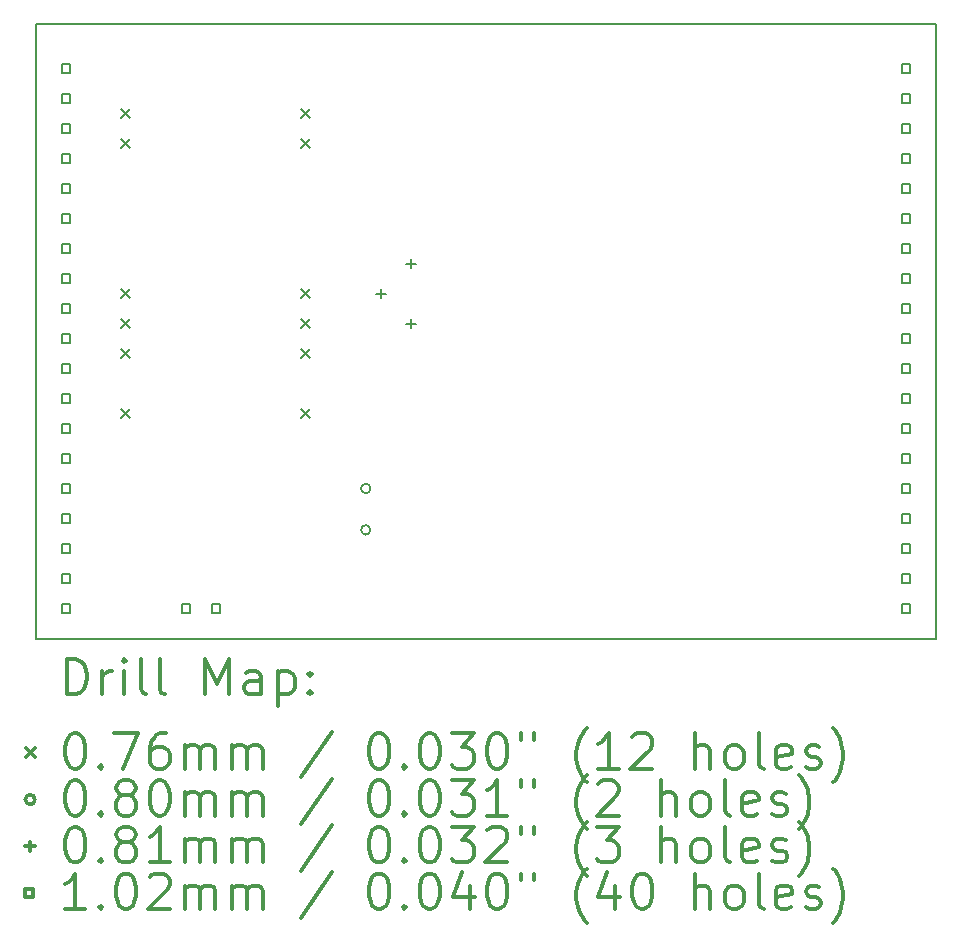
<source format=gbr>
%FSLAX45Y45*%
G04 Gerber Fmt 4.5, Leading zero omitted, Abs format (unit mm)*
G04 Created by KiCad (PCBNEW 4.0.3+e1-6302~38~ubuntu16.04.1-stable) date Fri Aug 26 17:08:28 2016*
%MOMM*%
%LPD*%
G01*
G04 APERTURE LIST*
%ADD10C,0.127000*%
%ADD11C,0.150000*%
%ADD12C,0.200000*%
%ADD13C,0.300000*%
G04 APERTURE END LIST*
D10*
D11*
X13335000Y-10287000D02*
X12065000Y-10287000D01*
X13335000Y-5080000D02*
X13335000Y-10287000D01*
X5715000Y-5080000D02*
X13335000Y-5080000D01*
X12065000Y-10287000D02*
X5715000Y-10287000D01*
X5715000Y-5080000D02*
X5715000Y-10287000D01*
D12*
X6438900Y-5803900D02*
X6515100Y-5880100D01*
X6515100Y-5803900D02*
X6438900Y-5880100D01*
X6438900Y-6057900D02*
X6515100Y-6134100D01*
X6515100Y-6057900D02*
X6438900Y-6134100D01*
X6438900Y-7327900D02*
X6515100Y-7404100D01*
X6515100Y-7327900D02*
X6438900Y-7404100D01*
X6438900Y-7581900D02*
X6515100Y-7658100D01*
X6515100Y-7581900D02*
X6438900Y-7658100D01*
X6438900Y-7835900D02*
X6515100Y-7912100D01*
X6515100Y-7835900D02*
X6438900Y-7912100D01*
X6438900Y-8343900D02*
X6515100Y-8420100D01*
X6515100Y-8343900D02*
X6438900Y-8420100D01*
X7962900Y-5803900D02*
X8039100Y-5880100D01*
X8039100Y-5803900D02*
X7962900Y-5880100D01*
X7962900Y-6057900D02*
X8039100Y-6134100D01*
X8039100Y-6057900D02*
X7962900Y-6134100D01*
X7962900Y-7327900D02*
X8039100Y-7404100D01*
X8039100Y-7327900D02*
X7962900Y-7404100D01*
X7962900Y-7581900D02*
X8039100Y-7658100D01*
X8039100Y-7581900D02*
X7962900Y-7658100D01*
X7962900Y-7835900D02*
X8039100Y-7912100D01*
X8039100Y-7835900D02*
X7962900Y-7912100D01*
X7962900Y-8343900D02*
X8039100Y-8420100D01*
X8039100Y-8343900D02*
X7962900Y-8420100D01*
X8549000Y-9017000D02*
G75*
G03X8549000Y-9017000I-40000J0D01*
G01*
X8549000Y-9367000D02*
G75*
G03X8549000Y-9367000I-40000J0D01*
G01*
X8636000Y-7325360D02*
X8636000Y-7406640D01*
X8595360Y-7366000D02*
X8676640Y-7366000D01*
X8890000Y-7071360D02*
X8890000Y-7152640D01*
X8849360Y-7112000D02*
X8930640Y-7112000D01*
X8890000Y-7579360D02*
X8890000Y-7660640D01*
X8849360Y-7620000D02*
X8930640Y-7620000D01*
X6004921Y-5496921D02*
X6004921Y-5425079D01*
X5933079Y-5425079D01*
X5933079Y-5496921D01*
X6004921Y-5496921D01*
X6004921Y-5750921D02*
X6004921Y-5679079D01*
X5933079Y-5679079D01*
X5933079Y-5750921D01*
X6004921Y-5750921D01*
X6004921Y-6004921D02*
X6004921Y-5933079D01*
X5933079Y-5933079D01*
X5933079Y-6004921D01*
X6004921Y-6004921D01*
X6004921Y-6258921D02*
X6004921Y-6187079D01*
X5933079Y-6187079D01*
X5933079Y-6258921D01*
X6004921Y-6258921D01*
X6004921Y-6512921D02*
X6004921Y-6441079D01*
X5933079Y-6441079D01*
X5933079Y-6512921D01*
X6004921Y-6512921D01*
X6004921Y-6766921D02*
X6004921Y-6695079D01*
X5933079Y-6695079D01*
X5933079Y-6766921D01*
X6004921Y-6766921D01*
X6004921Y-7020921D02*
X6004921Y-6949079D01*
X5933079Y-6949079D01*
X5933079Y-7020921D01*
X6004921Y-7020921D01*
X6004921Y-7274921D02*
X6004921Y-7203079D01*
X5933079Y-7203079D01*
X5933079Y-7274921D01*
X6004921Y-7274921D01*
X6004921Y-7528921D02*
X6004921Y-7457079D01*
X5933079Y-7457079D01*
X5933079Y-7528921D01*
X6004921Y-7528921D01*
X6004921Y-7782921D02*
X6004921Y-7711079D01*
X5933079Y-7711079D01*
X5933079Y-7782921D01*
X6004921Y-7782921D01*
X6004921Y-8036921D02*
X6004921Y-7965079D01*
X5933079Y-7965079D01*
X5933079Y-8036921D01*
X6004921Y-8036921D01*
X6004921Y-8290921D02*
X6004921Y-8219079D01*
X5933079Y-8219079D01*
X5933079Y-8290921D01*
X6004921Y-8290921D01*
X6004921Y-8544921D02*
X6004921Y-8473079D01*
X5933079Y-8473079D01*
X5933079Y-8544921D01*
X6004921Y-8544921D01*
X6004921Y-8798921D02*
X6004921Y-8727079D01*
X5933079Y-8727079D01*
X5933079Y-8798921D01*
X6004921Y-8798921D01*
X6004921Y-9052921D02*
X6004921Y-8981079D01*
X5933079Y-8981079D01*
X5933079Y-9052921D01*
X6004921Y-9052921D01*
X6004921Y-9306921D02*
X6004921Y-9235079D01*
X5933079Y-9235079D01*
X5933079Y-9306921D01*
X6004921Y-9306921D01*
X6004921Y-9560921D02*
X6004921Y-9489079D01*
X5933079Y-9489079D01*
X5933079Y-9560921D01*
X6004921Y-9560921D01*
X6004921Y-9814921D02*
X6004921Y-9743079D01*
X5933079Y-9743079D01*
X5933079Y-9814921D01*
X6004921Y-9814921D01*
X6004921Y-10068921D02*
X6004921Y-9997079D01*
X5933079Y-9997079D01*
X5933079Y-10068921D01*
X6004921Y-10068921D01*
X7020921Y-10068921D02*
X7020921Y-9997079D01*
X6949079Y-9997079D01*
X6949079Y-10068921D01*
X7020921Y-10068921D01*
X7274921Y-10068921D02*
X7274921Y-9997079D01*
X7203079Y-9997079D01*
X7203079Y-10068921D01*
X7274921Y-10068921D01*
X13116921Y-5496921D02*
X13116921Y-5425079D01*
X13045079Y-5425079D01*
X13045079Y-5496921D01*
X13116921Y-5496921D01*
X13116921Y-5750921D02*
X13116921Y-5679079D01*
X13045079Y-5679079D01*
X13045079Y-5750921D01*
X13116921Y-5750921D01*
X13116921Y-6004921D02*
X13116921Y-5933079D01*
X13045079Y-5933079D01*
X13045079Y-6004921D01*
X13116921Y-6004921D01*
X13116921Y-6258921D02*
X13116921Y-6187079D01*
X13045079Y-6187079D01*
X13045079Y-6258921D01*
X13116921Y-6258921D01*
X13116921Y-6512921D02*
X13116921Y-6441079D01*
X13045079Y-6441079D01*
X13045079Y-6512921D01*
X13116921Y-6512921D01*
X13116921Y-6766921D02*
X13116921Y-6695079D01*
X13045079Y-6695079D01*
X13045079Y-6766921D01*
X13116921Y-6766921D01*
X13116921Y-7020921D02*
X13116921Y-6949079D01*
X13045079Y-6949079D01*
X13045079Y-7020921D01*
X13116921Y-7020921D01*
X13116921Y-7274921D02*
X13116921Y-7203079D01*
X13045079Y-7203079D01*
X13045079Y-7274921D01*
X13116921Y-7274921D01*
X13116921Y-7528921D02*
X13116921Y-7457079D01*
X13045079Y-7457079D01*
X13045079Y-7528921D01*
X13116921Y-7528921D01*
X13116921Y-7782921D02*
X13116921Y-7711079D01*
X13045079Y-7711079D01*
X13045079Y-7782921D01*
X13116921Y-7782921D01*
X13116921Y-8036921D02*
X13116921Y-7965079D01*
X13045079Y-7965079D01*
X13045079Y-8036921D01*
X13116921Y-8036921D01*
X13116921Y-8290921D02*
X13116921Y-8219079D01*
X13045079Y-8219079D01*
X13045079Y-8290921D01*
X13116921Y-8290921D01*
X13116921Y-8544921D02*
X13116921Y-8473079D01*
X13045079Y-8473079D01*
X13045079Y-8544921D01*
X13116921Y-8544921D01*
X13116921Y-8798921D02*
X13116921Y-8727079D01*
X13045079Y-8727079D01*
X13045079Y-8798921D01*
X13116921Y-8798921D01*
X13116921Y-9052921D02*
X13116921Y-8981079D01*
X13045079Y-8981079D01*
X13045079Y-9052921D01*
X13116921Y-9052921D01*
X13116921Y-9306921D02*
X13116921Y-9235079D01*
X13045079Y-9235079D01*
X13045079Y-9306921D01*
X13116921Y-9306921D01*
X13116921Y-9560921D02*
X13116921Y-9489079D01*
X13045079Y-9489079D01*
X13045079Y-9560921D01*
X13116921Y-9560921D01*
X13116921Y-9814921D02*
X13116921Y-9743079D01*
X13045079Y-9743079D01*
X13045079Y-9814921D01*
X13116921Y-9814921D01*
X13116921Y-10068921D02*
X13116921Y-9997079D01*
X13045079Y-9997079D01*
X13045079Y-10068921D01*
X13116921Y-10068921D01*
D13*
X5978928Y-10760214D02*
X5978928Y-10460214D01*
X6050357Y-10460214D01*
X6093214Y-10474500D01*
X6121786Y-10503072D01*
X6136071Y-10531643D01*
X6150357Y-10588786D01*
X6150357Y-10631643D01*
X6136071Y-10688786D01*
X6121786Y-10717357D01*
X6093214Y-10745929D01*
X6050357Y-10760214D01*
X5978928Y-10760214D01*
X6278928Y-10760214D02*
X6278928Y-10560214D01*
X6278928Y-10617357D02*
X6293214Y-10588786D01*
X6307500Y-10574500D01*
X6336071Y-10560214D01*
X6364643Y-10560214D01*
X6464643Y-10760214D02*
X6464643Y-10560214D01*
X6464643Y-10460214D02*
X6450357Y-10474500D01*
X6464643Y-10488786D01*
X6478928Y-10474500D01*
X6464643Y-10460214D01*
X6464643Y-10488786D01*
X6650357Y-10760214D02*
X6621786Y-10745929D01*
X6607500Y-10717357D01*
X6607500Y-10460214D01*
X6807500Y-10760214D02*
X6778928Y-10745929D01*
X6764643Y-10717357D01*
X6764643Y-10460214D01*
X7150357Y-10760214D02*
X7150357Y-10460214D01*
X7250357Y-10674500D01*
X7350357Y-10460214D01*
X7350357Y-10760214D01*
X7621786Y-10760214D02*
X7621786Y-10603072D01*
X7607500Y-10574500D01*
X7578928Y-10560214D01*
X7521786Y-10560214D01*
X7493214Y-10574500D01*
X7621786Y-10745929D02*
X7593214Y-10760214D01*
X7521786Y-10760214D01*
X7493214Y-10745929D01*
X7478928Y-10717357D01*
X7478928Y-10688786D01*
X7493214Y-10660214D01*
X7521786Y-10645929D01*
X7593214Y-10645929D01*
X7621786Y-10631643D01*
X7764643Y-10560214D02*
X7764643Y-10860214D01*
X7764643Y-10574500D02*
X7793214Y-10560214D01*
X7850357Y-10560214D01*
X7878928Y-10574500D01*
X7893214Y-10588786D01*
X7907500Y-10617357D01*
X7907500Y-10703072D01*
X7893214Y-10731643D01*
X7878928Y-10745929D01*
X7850357Y-10760214D01*
X7793214Y-10760214D01*
X7764643Y-10745929D01*
X8036071Y-10731643D02*
X8050357Y-10745929D01*
X8036071Y-10760214D01*
X8021786Y-10745929D01*
X8036071Y-10731643D01*
X8036071Y-10760214D01*
X8036071Y-10574500D02*
X8050357Y-10588786D01*
X8036071Y-10603072D01*
X8021786Y-10588786D01*
X8036071Y-10574500D01*
X8036071Y-10603072D01*
X5631300Y-11216400D02*
X5707500Y-11292600D01*
X5707500Y-11216400D02*
X5631300Y-11292600D01*
X6036071Y-11090214D02*
X6064643Y-11090214D01*
X6093214Y-11104500D01*
X6107500Y-11118786D01*
X6121786Y-11147357D01*
X6136071Y-11204500D01*
X6136071Y-11275929D01*
X6121786Y-11333071D01*
X6107500Y-11361643D01*
X6093214Y-11375929D01*
X6064643Y-11390214D01*
X6036071Y-11390214D01*
X6007500Y-11375929D01*
X5993214Y-11361643D01*
X5978928Y-11333071D01*
X5964643Y-11275929D01*
X5964643Y-11204500D01*
X5978928Y-11147357D01*
X5993214Y-11118786D01*
X6007500Y-11104500D01*
X6036071Y-11090214D01*
X6264643Y-11361643D02*
X6278928Y-11375929D01*
X6264643Y-11390214D01*
X6250357Y-11375929D01*
X6264643Y-11361643D01*
X6264643Y-11390214D01*
X6378928Y-11090214D02*
X6578928Y-11090214D01*
X6450357Y-11390214D01*
X6821786Y-11090214D02*
X6764643Y-11090214D01*
X6736071Y-11104500D01*
X6721786Y-11118786D01*
X6693214Y-11161643D01*
X6678928Y-11218786D01*
X6678928Y-11333071D01*
X6693214Y-11361643D01*
X6707500Y-11375929D01*
X6736071Y-11390214D01*
X6793214Y-11390214D01*
X6821786Y-11375929D01*
X6836071Y-11361643D01*
X6850357Y-11333071D01*
X6850357Y-11261643D01*
X6836071Y-11233071D01*
X6821786Y-11218786D01*
X6793214Y-11204500D01*
X6736071Y-11204500D01*
X6707500Y-11218786D01*
X6693214Y-11233071D01*
X6678928Y-11261643D01*
X6978928Y-11390214D02*
X6978928Y-11190214D01*
X6978928Y-11218786D02*
X6993214Y-11204500D01*
X7021786Y-11190214D01*
X7064643Y-11190214D01*
X7093214Y-11204500D01*
X7107500Y-11233071D01*
X7107500Y-11390214D01*
X7107500Y-11233071D02*
X7121786Y-11204500D01*
X7150357Y-11190214D01*
X7193214Y-11190214D01*
X7221786Y-11204500D01*
X7236071Y-11233071D01*
X7236071Y-11390214D01*
X7378928Y-11390214D02*
X7378928Y-11190214D01*
X7378928Y-11218786D02*
X7393214Y-11204500D01*
X7421786Y-11190214D01*
X7464643Y-11190214D01*
X7493214Y-11204500D01*
X7507500Y-11233071D01*
X7507500Y-11390214D01*
X7507500Y-11233071D02*
X7521786Y-11204500D01*
X7550357Y-11190214D01*
X7593214Y-11190214D01*
X7621786Y-11204500D01*
X7636071Y-11233071D01*
X7636071Y-11390214D01*
X8221786Y-11075929D02*
X7964643Y-11461643D01*
X8607500Y-11090214D02*
X8636071Y-11090214D01*
X8664643Y-11104500D01*
X8678928Y-11118786D01*
X8693214Y-11147357D01*
X8707500Y-11204500D01*
X8707500Y-11275929D01*
X8693214Y-11333071D01*
X8678928Y-11361643D01*
X8664643Y-11375929D01*
X8636071Y-11390214D01*
X8607500Y-11390214D01*
X8578928Y-11375929D01*
X8564643Y-11361643D01*
X8550357Y-11333071D01*
X8536071Y-11275929D01*
X8536071Y-11204500D01*
X8550357Y-11147357D01*
X8564643Y-11118786D01*
X8578928Y-11104500D01*
X8607500Y-11090214D01*
X8836071Y-11361643D02*
X8850357Y-11375929D01*
X8836071Y-11390214D01*
X8821786Y-11375929D01*
X8836071Y-11361643D01*
X8836071Y-11390214D01*
X9036071Y-11090214D02*
X9064643Y-11090214D01*
X9093214Y-11104500D01*
X9107500Y-11118786D01*
X9121786Y-11147357D01*
X9136071Y-11204500D01*
X9136071Y-11275929D01*
X9121786Y-11333071D01*
X9107500Y-11361643D01*
X9093214Y-11375929D01*
X9064643Y-11390214D01*
X9036071Y-11390214D01*
X9007500Y-11375929D01*
X8993214Y-11361643D01*
X8978928Y-11333071D01*
X8964643Y-11275929D01*
X8964643Y-11204500D01*
X8978928Y-11147357D01*
X8993214Y-11118786D01*
X9007500Y-11104500D01*
X9036071Y-11090214D01*
X9236071Y-11090214D02*
X9421786Y-11090214D01*
X9321786Y-11204500D01*
X9364643Y-11204500D01*
X9393214Y-11218786D01*
X9407500Y-11233071D01*
X9421786Y-11261643D01*
X9421786Y-11333071D01*
X9407500Y-11361643D01*
X9393214Y-11375929D01*
X9364643Y-11390214D01*
X9278928Y-11390214D01*
X9250357Y-11375929D01*
X9236071Y-11361643D01*
X9607500Y-11090214D02*
X9636071Y-11090214D01*
X9664643Y-11104500D01*
X9678928Y-11118786D01*
X9693214Y-11147357D01*
X9707500Y-11204500D01*
X9707500Y-11275929D01*
X9693214Y-11333071D01*
X9678928Y-11361643D01*
X9664643Y-11375929D01*
X9636071Y-11390214D01*
X9607500Y-11390214D01*
X9578928Y-11375929D01*
X9564643Y-11361643D01*
X9550357Y-11333071D01*
X9536071Y-11275929D01*
X9536071Y-11204500D01*
X9550357Y-11147357D01*
X9564643Y-11118786D01*
X9578928Y-11104500D01*
X9607500Y-11090214D01*
X9821786Y-11090214D02*
X9821786Y-11147357D01*
X9936071Y-11090214D02*
X9936071Y-11147357D01*
X10378928Y-11504500D02*
X10364643Y-11490214D01*
X10336071Y-11447357D01*
X10321786Y-11418786D01*
X10307500Y-11375929D01*
X10293214Y-11304500D01*
X10293214Y-11247357D01*
X10307500Y-11175929D01*
X10321786Y-11133072D01*
X10336071Y-11104500D01*
X10364643Y-11061643D01*
X10378928Y-11047357D01*
X10650357Y-11390214D02*
X10478928Y-11390214D01*
X10564643Y-11390214D02*
X10564643Y-11090214D01*
X10536071Y-11133072D01*
X10507500Y-11161643D01*
X10478928Y-11175929D01*
X10764643Y-11118786D02*
X10778928Y-11104500D01*
X10807500Y-11090214D01*
X10878928Y-11090214D01*
X10907500Y-11104500D01*
X10921786Y-11118786D01*
X10936071Y-11147357D01*
X10936071Y-11175929D01*
X10921786Y-11218786D01*
X10750357Y-11390214D01*
X10936071Y-11390214D01*
X11293214Y-11390214D02*
X11293214Y-11090214D01*
X11421785Y-11390214D02*
X11421785Y-11233071D01*
X11407500Y-11204500D01*
X11378928Y-11190214D01*
X11336071Y-11190214D01*
X11307500Y-11204500D01*
X11293214Y-11218786D01*
X11607500Y-11390214D02*
X11578928Y-11375929D01*
X11564643Y-11361643D01*
X11550357Y-11333071D01*
X11550357Y-11247357D01*
X11564643Y-11218786D01*
X11578928Y-11204500D01*
X11607500Y-11190214D01*
X11650357Y-11190214D01*
X11678928Y-11204500D01*
X11693214Y-11218786D01*
X11707500Y-11247357D01*
X11707500Y-11333071D01*
X11693214Y-11361643D01*
X11678928Y-11375929D01*
X11650357Y-11390214D01*
X11607500Y-11390214D01*
X11878928Y-11390214D02*
X11850357Y-11375929D01*
X11836071Y-11347357D01*
X11836071Y-11090214D01*
X12107500Y-11375929D02*
X12078928Y-11390214D01*
X12021786Y-11390214D01*
X11993214Y-11375929D01*
X11978928Y-11347357D01*
X11978928Y-11233071D01*
X11993214Y-11204500D01*
X12021786Y-11190214D01*
X12078928Y-11190214D01*
X12107500Y-11204500D01*
X12121786Y-11233071D01*
X12121786Y-11261643D01*
X11978928Y-11290214D01*
X12236071Y-11375929D02*
X12264643Y-11390214D01*
X12321786Y-11390214D01*
X12350357Y-11375929D01*
X12364643Y-11347357D01*
X12364643Y-11333071D01*
X12350357Y-11304500D01*
X12321786Y-11290214D01*
X12278928Y-11290214D01*
X12250357Y-11275929D01*
X12236071Y-11247357D01*
X12236071Y-11233071D01*
X12250357Y-11204500D01*
X12278928Y-11190214D01*
X12321786Y-11190214D01*
X12350357Y-11204500D01*
X12464643Y-11504500D02*
X12478928Y-11490214D01*
X12507500Y-11447357D01*
X12521786Y-11418786D01*
X12536071Y-11375929D01*
X12550357Y-11304500D01*
X12550357Y-11247357D01*
X12536071Y-11175929D01*
X12521786Y-11133072D01*
X12507500Y-11104500D01*
X12478928Y-11061643D01*
X12464643Y-11047357D01*
X5707500Y-11650500D02*
G75*
G03X5707500Y-11650500I-40000J0D01*
G01*
X6036071Y-11486214D02*
X6064643Y-11486214D01*
X6093214Y-11500500D01*
X6107500Y-11514786D01*
X6121786Y-11543357D01*
X6136071Y-11600500D01*
X6136071Y-11671929D01*
X6121786Y-11729071D01*
X6107500Y-11757643D01*
X6093214Y-11771929D01*
X6064643Y-11786214D01*
X6036071Y-11786214D01*
X6007500Y-11771929D01*
X5993214Y-11757643D01*
X5978928Y-11729071D01*
X5964643Y-11671929D01*
X5964643Y-11600500D01*
X5978928Y-11543357D01*
X5993214Y-11514786D01*
X6007500Y-11500500D01*
X6036071Y-11486214D01*
X6264643Y-11757643D02*
X6278928Y-11771929D01*
X6264643Y-11786214D01*
X6250357Y-11771929D01*
X6264643Y-11757643D01*
X6264643Y-11786214D01*
X6450357Y-11614786D02*
X6421786Y-11600500D01*
X6407500Y-11586214D01*
X6393214Y-11557643D01*
X6393214Y-11543357D01*
X6407500Y-11514786D01*
X6421786Y-11500500D01*
X6450357Y-11486214D01*
X6507500Y-11486214D01*
X6536071Y-11500500D01*
X6550357Y-11514786D01*
X6564643Y-11543357D01*
X6564643Y-11557643D01*
X6550357Y-11586214D01*
X6536071Y-11600500D01*
X6507500Y-11614786D01*
X6450357Y-11614786D01*
X6421786Y-11629071D01*
X6407500Y-11643357D01*
X6393214Y-11671929D01*
X6393214Y-11729071D01*
X6407500Y-11757643D01*
X6421786Y-11771929D01*
X6450357Y-11786214D01*
X6507500Y-11786214D01*
X6536071Y-11771929D01*
X6550357Y-11757643D01*
X6564643Y-11729071D01*
X6564643Y-11671929D01*
X6550357Y-11643357D01*
X6536071Y-11629071D01*
X6507500Y-11614786D01*
X6750357Y-11486214D02*
X6778928Y-11486214D01*
X6807500Y-11500500D01*
X6821786Y-11514786D01*
X6836071Y-11543357D01*
X6850357Y-11600500D01*
X6850357Y-11671929D01*
X6836071Y-11729071D01*
X6821786Y-11757643D01*
X6807500Y-11771929D01*
X6778928Y-11786214D01*
X6750357Y-11786214D01*
X6721786Y-11771929D01*
X6707500Y-11757643D01*
X6693214Y-11729071D01*
X6678928Y-11671929D01*
X6678928Y-11600500D01*
X6693214Y-11543357D01*
X6707500Y-11514786D01*
X6721786Y-11500500D01*
X6750357Y-11486214D01*
X6978928Y-11786214D02*
X6978928Y-11586214D01*
X6978928Y-11614786D02*
X6993214Y-11600500D01*
X7021786Y-11586214D01*
X7064643Y-11586214D01*
X7093214Y-11600500D01*
X7107500Y-11629071D01*
X7107500Y-11786214D01*
X7107500Y-11629071D02*
X7121786Y-11600500D01*
X7150357Y-11586214D01*
X7193214Y-11586214D01*
X7221786Y-11600500D01*
X7236071Y-11629071D01*
X7236071Y-11786214D01*
X7378928Y-11786214D02*
X7378928Y-11586214D01*
X7378928Y-11614786D02*
X7393214Y-11600500D01*
X7421786Y-11586214D01*
X7464643Y-11586214D01*
X7493214Y-11600500D01*
X7507500Y-11629071D01*
X7507500Y-11786214D01*
X7507500Y-11629071D02*
X7521786Y-11600500D01*
X7550357Y-11586214D01*
X7593214Y-11586214D01*
X7621786Y-11600500D01*
X7636071Y-11629071D01*
X7636071Y-11786214D01*
X8221786Y-11471929D02*
X7964643Y-11857643D01*
X8607500Y-11486214D02*
X8636071Y-11486214D01*
X8664643Y-11500500D01*
X8678928Y-11514786D01*
X8693214Y-11543357D01*
X8707500Y-11600500D01*
X8707500Y-11671929D01*
X8693214Y-11729071D01*
X8678928Y-11757643D01*
X8664643Y-11771929D01*
X8636071Y-11786214D01*
X8607500Y-11786214D01*
X8578928Y-11771929D01*
X8564643Y-11757643D01*
X8550357Y-11729071D01*
X8536071Y-11671929D01*
X8536071Y-11600500D01*
X8550357Y-11543357D01*
X8564643Y-11514786D01*
X8578928Y-11500500D01*
X8607500Y-11486214D01*
X8836071Y-11757643D02*
X8850357Y-11771929D01*
X8836071Y-11786214D01*
X8821786Y-11771929D01*
X8836071Y-11757643D01*
X8836071Y-11786214D01*
X9036071Y-11486214D02*
X9064643Y-11486214D01*
X9093214Y-11500500D01*
X9107500Y-11514786D01*
X9121786Y-11543357D01*
X9136071Y-11600500D01*
X9136071Y-11671929D01*
X9121786Y-11729071D01*
X9107500Y-11757643D01*
X9093214Y-11771929D01*
X9064643Y-11786214D01*
X9036071Y-11786214D01*
X9007500Y-11771929D01*
X8993214Y-11757643D01*
X8978928Y-11729071D01*
X8964643Y-11671929D01*
X8964643Y-11600500D01*
X8978928Y-11543357D01*
X8993214Y-11514786D01*
X9007500Y-11500500D01*
X9036071Y-11486214D01*
X9236071Y-11486214D02*
X9421786Y-11486214D01*
X9321786Y-11600500D01*
X9364643Y-11600500D01*
X9393214Y-11614786D01*
X9407500Y-11629071D01*
X9421786Y-11657643D01*
X9421786Y-11729071D01*
X9407500Y-11757643D01*
X9393214Y-11771929D01*
X9364643Y-11786214D01*
X9278928Y-11786214D01*
X9250357Y-11771929D01*
X9236071Y-11757643D01*
X9707500Y-11786214D02*
X9536071Y-11786214D01*
X9621786Y-11786214D02*
X9621786Y-11486214D01*
X9593214Y-11529071D01*
X9564643Y-11557643D01*
X9536071Y-11571929D01*
X9821786Y-11486214D02*
X9821786Y-11543357D01*
X9936071Y-11486214D02*
X9936071Y-11543357D01*
X10378928Y-11900500D02*
X10364643Y-11886214D01*
X10336071Y-11843357D01*
X10321786Y-11814786D01*
X10307500Y-11771929D01*
X10293214Y-11700500D01*
X10293214Y-11643357D01*
X10307500Y-11571929D01*
X10321786Y-11529071D01*
X10336071Y-11500500D01*
X10364643Y-11457643D01*
X10378928Y-11443357D01*
X10478928Y-11514786D02*
X10493214Y-11500500D01*
X10521786Y-11486214D01*
X10593214Y-11486214D01*
X10621786Y-11500500D01*
X10636071Y-11514786D01*
X10650357Y-11543357D01*
X10650357Y-11571929D01*
X10636071Y-11614786D01*
X10464643Y-11786214D01*
X10650357Y-11786214D01*
X11007500Y-11786214D02*
X11007500Y-11486214D01*
X11136071Y-11786214D02*
X11136071Y-11629071D01*
X11121786Y-11600500D01*
X11093214Y-11586214D01*
X11050357Y-11586214D01*
X11021786Y-11600500D01*
X11007500Y-11614786D01*
X11321785Y-11786214D02*
X11293214Y-11771929D01*
X11278928Y-11757643D01*
X11264643Y-11729071D01*
X11264643Y-11643357D01*
X11278928Y-11614786D01*
X11293214Y-11600500D01*
X11321785Y-11586214D01*
X11364643Y-11586214D01*
X11393214Y-11600500D01*
X11407500Y-11614786D01*
X11421785Y-11643357D01*
X11421785Y-11729071D01*
X11407500Y-11757643D01*
X11393214Y-11771929D01*
X11364643Y-11786214D01*
X11321785Y-11786214D01*
X11593214Y-11786214D02*
X11564643Y-11771929D01*
X11550357Y-11743357D01*
X11550357Y-11486214D01*
X11821786Y-11771929D02*
X11793214Y-11786214D01*
X11736071Y-11786214D01*
X11707500Y-11771929D01*
X11693214Y-11743357D01*
X11693214Y-11629071D01*
X11707500Y-11600500D01*
X11736071Y-11586214D01*
X11793214Y-11586214D01*
X11821786Y-11600500D01*
X11836071Y-11629071D01*
X11836071Y-11657643D01*
X11693214Y-11686214D01*
X11950357Y-11771929D02*
X11978928Y-11786214D01*
X12036071Y-11786214D01*
X12064643Y-11771929D01*
X12078928Y-11743357D01*
X12078928Y-11729071D01*
X12064643Y-11700500D01*
X12036071Y-11686214D01*
X11993214Y-11686214D01*
X11964643Y-11671929D01*
X11950357Y-11643357D01*
X11950357Y-11629071D01*
X11964643Y-11600500D01*
X11993214Y-11586214D01*
X12036071Y-11586214D01*
X12064643Y-11600500D01*
X12178928Y-11900500D02*
X12193214Y-11886214D01*
X12221786Y-11843357D01*
X12236071Y-11814786D01*
X12250357Y-11771929D01*
X12264643Y-11700500D01*
X12264643Y-11643357D01*
X12250357Y-11571929D01*
X12236071Y-11529071D01*
X12221786Y-11500500D01*
X12193214Y-11457643D01*
X12178928Y-11443357D01*
X5666860Y-12005860D02*
X5666860Y-12087140D01*
X5626220Y-12046500D02*
X5707500Y-12046500D01*
X6036071Y-11882214D02*
X6064643Y-11882214D01*
X6093214Y-11896500D01*
X6107500Y-11910786D01*
X6121786Y-11939357D01*
X6136071Y-11996500D01*
X6136071Y-12067929D01*
X6121786Y-12125071D01*
X6107500Y-12153643D01*
X6093214Y-12167929D01*
X6064643Y-12182214D01*
X6036071Y-12182214D01*
X6007500Y-12167929D01*
X5993214Y-12153643D01*
X5978928Y-12125071D01*
X5964643Y-12067929D01*
X5964643Y-11996500D01*
X5978928Y-11939357D01*
X5993214Y-11910786D01*
X6007500Y-11896500D01*
X6036071Y-11882214D01*
X6264643Y-12153643D02*
X6278928Y-12167929D01*
X6264643Y-12182214D01*
X6250357Y-12167929D01*
X6264643Y-12153643D01*
X6264643Y-12182214D01*
X6450357Y-12010786D02*
X6421786Y-11996500D01*
X6407500Y-11982214D01*
X6393214Y-11953643D01*
X6393214Y-11939357D01*
X6407500Y-11910786D01*
X6421786Y-11896500D01*
X6450357Y-11882214D01*
X6507500Y-11882214D01*
X6536071Y-11896500D01*
X6550357Y-11910786D01*
X6564643Y-11939357D01*
X6564643Y-11953643D01*
X6550357Y-11982214D01*
X6536071Y-11996500D01*
X6507500Y-12010786D01*
X6450357Y-12010786D01*
X6421786Y-12025071D01*
X6407500Y-12039357D01*
X6393214Y-12067929D01*
X6393214Y-12125071D01*
X6407500Y-12153643D01*
X6421786Y-12167929D01*
X6450357Y-12182214D01*
X6507500Y-12182214D01*
X6536071Y-12167929D01*
X6550357Y-12153643D01*
X6564643Y-12125071D01*
X6564643Y-12067929D01*
X6550357Y-12039357D01*
X6536071Y-12025071D01*
X6507500Y-12010786D01*
X6850357Y-12182214D02*
X6678928Y-12182214D01*
X6764643Y-12182214D02*
X6764643Y-11882214D01*
X6736071Y-11925071D01*
X6707500Y-11953643D01*
X6678928Y-11967929D01*
X6978928Y-12182214D02*
X6978928Y-11982214D01*
X6978928Y-12010786D02*
X6993214Y-11996500D01*
X7021786Y-11982214D01*
X7064643Y-11982214D01*
X7093214Y-11996500D01*
X7107500Y-12025071D01*
X7107500Y-12182214D01*
X7107500Y-12025071D02*
X7121786Y-11996500D01*
X7150357Y-11982214D01*
X7193214Y-11982214D01*
X7221786Y-11996500D01*
X7236071Y-12025071D01*
X7236071Y-12182214D01*
X7378928Y-12182214D02*
X7378928Y-11982214D01*
X7378928Y-12010786D02*
X7393214Y-11996500D01*
X7421786Y-11982214D01*
X7464643Y-11982214D01*
X7493214Y-11996500D01*
X7507500Y-12025071D01*
X7507500Y-12182214D01*
X7507500Y-12025071D02*
X7521786Y-11996500D01*
X7550357Y-11982214D01*
X7593214Y-11982214D01*
X7621786Y-11996500D01*
X7636071Y-12025071D01*
X7636071Y-12182214D01*
X8221786Y-11867929D02*
X7964643Y-12253643D01*
X8607500Y-11882214D02*
X8636071Y-11882214D01*
X8664643Y-11896500D01*
X8678928Y-11910786D01*
X8693214Y-11939357D01*
X8707500Y-11996500D01*
X8707500Y-12067929D01*
X8693214Y-12125071D01*
X8678928Y-12153643D01*
X8664643Y-12167929D01*
X8636071Y-12182214D01*
X8607500Y-12182214D01*
X8578928Y-12167929D01*
X8564643Y-12153643D01*
X8550357Y-12125071D01*
X8536071Y-12067929D01*
X8536071Y-11996500D01*
X8550357Y-11939357D01*
X8564643Y-11910786D01*
X8578928Y-11896500D01*
X8607500Y-11882214D01*
X8836071Y-12153643D02*
X8850357Y-12167929D01*
X8836071Y-12182214D01*
X8821786Y-12167929D01*
X8836071Y-12153643D01*
X8836071Y-12182214D01*
X9036071Y-11882214D02*
X9064643Y-11882214D01*
X9093214Y-11896500D01*
X9107500Y-11910786D01*
X9121786Y-11939357D01*
X9136071Y-11996500D01*
X9136071Y-12067929D01*
X9121786Y-12125071D01*
X9107500Y-12153643D01*
X9093214Y-12167929D01*
X9064643Y-12182214D01*
X9036071Y-12182214D01*
X9007500Y-12167929D01*
X8993214Y-12153643D01*
X8978928Y-12125071D01*
X8964643Y-12067929D01*
X8964643Y-11996500D01*
X8978928Y-11939357D01*
X8993214Y-11910786D01*
X9007500Y-11896500D01*
X9036071Y-11882214D01*
X9236071Y-11882214D02*
X9421786Y-11882214D01*
X9321786Y-11996500D01*
X9364643Y-11996500D01*
X9393214Y-12010786D01*
X9407500Y-12025071D01*
X9421786Y-12053643D01*
X9421786Y-12125071D01*
X9407500Y-12153643D01*
X9393214Y-12167929D01*
X9364643Y-12182214D01*
X9278928Y-12182214D01*
X9250357Y-12167929D01*
X9236071Y-12153643D01*
X9536071Y-11910786D02*
X9550357Y-11896500D01*
X9578928Y-11882214D01*
X9650357Y-11882214D01*
X9678928Y-11896500D01*
X9693214Y-11910786D01*
X9707500Y-11939357D01*
X9707500Y-11967929D01*
X9693214Y-12010786D01*
X9521786Y-12182214D01*
X9707500Y-12182214D01*
X9821786Y-11882214D02*
X9821786Y-11939357D01*
X9936071Y-11882214D02*
X9936071Y-11939357D01*
X10378928Y-12296500D02*
X10364643Y-12282214D01*
X10336071Y-12239357D01*
X10321786Y-12210786D01*
X10307500Y-12167929D01*
X10293214Y-12096500D01*
X10293214Y-12039357D01*
X10307500Y-11967929D01*
X10321786Y-11925071D01*
X10336071Y-11896500D01*
X10364643Y-11853643D01*
X10378928Y-11839357D01*
X10464643Y-11882214D02*
X10650357Y-11882214D01*
X10550357Y-11996500D01*
X10593214Y-11996500D01*
X10621786Y-12010786D01*
X10636071Y-12025071D01*
X10650357Y-12053643D01*
X10650357Y-12125071D01*
X10636071Y-12153643D01*
X10621786Y-12167929D01*
X10593214Y-12182214D01*
X10507500Y-12182214D01*
X10478928Y-12167929D01*
X10464643Y-12153643D01*
X11007500Y-12182214D02*
X11007500Y-11882214D01*
X11136071Y-12182214D02*
X11136071Y-12025071D01*
X11121786Y-11996500D01*
X11093214Y-11982214D01*
X11050357Y-11982214D01*
X11021786Y-11996500D01*
X11007500Y-12010786D01*
X11321785Y-12182214D02*
X11293214Y-12167929D01*
X11278928Y-12153643D01*
X11264643Y-12125071D01*
X11264643Y-12039357D01*
X11278928Y-12010786D01*
X11293214Y-11996500D01*
X11321785Y-11982214D01*
X11364643Y-11982214D01*
X11393214Y-11996500D01*
X11407500Y-12010786D01*
X11421785Y-12039357D01*
X11421785Y-12125071D01*
X11407500Y-12153643D01*
X11393214Y-12167929D01*
X11364643Y-12182214D01*
X11321785Y-12182214D01*
X11593214Y-12182214D02*
X11564643Y-12167929D01*
X11550357Y-12139357D01*
X11550357Y-11882214D01*
X11821786Y-12167929D02*
X11793214Y-12182214D01*
X11736071Y-12182214D01*
X11707500Y-12167929D01*
X11693214Y-12139357D01*
X11693214Y-12025071D01*
X11707500Y-11996500D01*
X11736071Y-11982214D01*
X11793214Y-11982214D01*
X11821786Y-11996500D01*
X11836071Y-12025071D01*
X11836071Y-12053643D01*
X11693214Y-12082214D01*
X11950357Y-12167929D02*
X11978928Y-12182214D01*
X12036071Y-12182214D01*
X12064643Y-12167929D01*
X12078928Y-12139357D01*
X12078928Y-12125071D01*
X12064643Y-12096500D01*
X12036071Y-12082214D01*
X11993214Y-12082214D01*
X11964643Y-12067929D01*
X11950357Y-12039357D01*
X11950357Y-12025071D01*
X11964643Y-11996500D01*
X11993214Y-11982214D01*
X12036071Y-11982214D01*
X12064643Y-11996500D01*
X12178928Y-12296500D02*
X12193214Y-12282214D01*
X12221786Y-12239357D01*
X12236071Y-12210786D01*
X12250357Y-12167929D01*
X12264643Y-12096500D01*
X12264643Y-12039357D01*
X12250357Y-11967929D01*
X12236071Y-11925071D01*
X12221786Y-11896500D01*
X12193214Y-11853643D01*
X12178928Y-11839357D01*
X5692621Y-12478421D02*
X5692621Y-12406579D01*
X5620778Y-12406579D01*
X5620778Y-12478421D01*
X5692621Y-12478421D01*
X6136071Y-12578214D02*
X5964643Y-12578214D01*
X6050357Y-12578214D02*
X6050357Y-12278214D01*
X6021786Y-12321071D01*
X5993214Y-12349643D01*
X5964643Y-12363929D01*
X6264643Y-12549643D02*
X6278928Y-12563929D01*
X6264643Y-12578214D01*
X6250357Y-12563929D01*
X6264643Y-12549643D01*
X6264643Y-12578214D01*
X6464643Y-12278214D02*
X6493214Y-12278214D01*
X6521786Y-12292500D01*
X6536071Y-12306786D01*
X6550357Y-12335357D01*
X6564643Y-12392500D01*
X6564643Y-12463929D01*
X6550357Y-12521071D01*
X6536071Y-12549643D01*
X6521786Y-12563929D01*
X6493214Y-12578214D01*
X6464643Y-12578214D01*
X6436071Y-12563929D01*
X6421786Y-12549643D01*
X6407500Y-12521071D01*
X6393214Y-12463929D01*
X6393214Y-12392500D01*
X6407500Y-12335357D01*
X6421786Y-12306786D01*
X6436071Y-12292500D01*
X6464643Y-12278214D01*
X6678928Y-12306786D02*
X6693214Y-12292500D01*
X6721786Y-12278214D01*
X6793214Y-12278214D01*
X6821786Y-12292500D01*
X6836071Y-12306786D01*
X6850357Y-12335357D01*
X6850357Y-12363929D01*
X6836071Y-12406786D01*
X6664643Y-12578214D01*
X6850357Y-12578214D01*
X6978928Y-12578214D02*
X6978928Y-12378214D01*
X6978928Y-12406786D02*
X6993214Y-12392500D01*
X7021786Y-12378214D01*
X7064643Y-12378214D01*
X7093214Y-12392500D01*
X7107500Y-12421071D01*
X7107500Y-12578214D01*
X7107500Y-12421071D02*
X7121786Y-12392500D01*
X7150357Y-12378214D01*
X7193214Y-12378214D01*
X7221786Y-12392500D01*
X7236071Y-12421071D01*
X7236071Y-12578214D01*
X7378928Y-12578214D02*
X7378928Y-12378214D01*
X7378928Y-12406786D02*
X7393214Y-12392500D01*
X7421786Y-12378214D01*
X7464643Y-12378214D01*
X7493214Y-12392500D01*
X7507500Y-12421071D01*
X7507500Y-12578214D01*
X7507500Y-12421071D02*
X7521786Y-12392500D01*
X7550357Y-12378214D01*
X7593214Y-12378214D01*
X7621786Y-12392500D01*
X7636071Y-12421071D01*
X7636071Y-12578214D01*
X8221786Y-12263929D02*
X7964643Y-12649643D01*
X8607500Y-12278214D02*
X8636071Y-12278214D01*
X8664643Y-12292500D01*
X8678928Y-12306786D01*
X8693214Y-12335357D01*
X8707500Y-12392500D01*
X8707500Y-12463929D01*
X8693214Y-12521071D01*
X8678928Y-12549643D01*
X8664643Y-12563929D01*
X8636071Y-12578214D01*
X8607500Y-12578214D01*
X8578928Y-12563929D01*
X8564643Y-12549643D01*
X8550357Y-12521071D01*
X8536071Y-12463929D01*
X8536071Y-12392500D01*
X8550357Y-12335357D01*
X8564643Y-12306786D01*
X8578928Y-12292500D01*
X8607500Y-12278214D01*
X8836071Y-12549643D02*
X8850357Y-12563929D01*
X8836071Y-12578214D01*
X8821786Y-12563929D01*
X8836071Y-12549643D01*
X8836071Y-12578214D01*
X9036071Y-12278214D02*
X9064643Y-12278214D01*
X9093214Y-12292500D01*
X9107500Y-12306786D01*
X9121786Y-12335357D01*
X9136071Y-12392500D01*
X9136071Y-12463929D01*
X9121786Y-12521071D01*
X9107500Y-12549643D01*
X9093214Y-12563929D01*
X9064643Y-12578214D01*
X9036071Y-12578214D01*
X9007500Y-12563929D01*
X8993214Y-12549643D01*
X8978928Y-12521071D01*
X8964643Y-12463929D01*
X8964643Y-12392500D01*
X8978928Y-12335357D01*
X8993214Y-12306786D01*
X9007500Y-12292500D01*
X9036071Y-12278214D01*
X9393214Y-12378214D02*
X9393214Y-12578214D01*
X9321786Y-12263929D02*
X9250357Y-12478214D01*
X9436071Y-12478214D01*
X9607500Y-12278214D02*
X9636071Y-12278214D01*
X9664643Y-12292500D01*
X9678928Y-12306786D01*
X9693214Y-12335357D01*
X9707500Y-12392500D01*
X9707500Y-12463929D01*
X9693214Y-12521071D01*
X9678928Y-12549643D01*
X9664643Y-12563929D01*
X9636071Y-12578214D01*
X9607500Y-12578214D01*
X9578928Y-12563929D01*
X9564643Y-12549643D01*
X9550357Y-12521071D01*
X9536071Y-12463929D01*
X9536071Y-12392500D01*
X9550357Y-12335357D01*
X9564643Y-12306786D01*
X9578928Y-12292500D01*
X9607500Y-12278214D01*
X9821786Y-12278214D02*
X9821786Y-12335357D01*
X9936071Y-12278214D02*
X9936071Y-12335357D01*
X10378928Y-12692500D02*
X10364643Y-12678214D01*
X10336071Y-12635357D01*
X10321786Y-12606786D01*
X10307500Y-12563929D01*
X10293214Y-12492500D01*
X10293214Y-12435357D01*
X10307500Y-12363929D01*
X10321786Y-12321071D01*
X10336071Y-12292500D01*
X10364643Y-12249643D01*
X10378928Y-12235357D01*
X10621786Y-12378214D02*
X10621786Y-12578214D01*
X10550357Y-12263929D02*
X10478928Y-12478214D01*
X10664643Y-12478214D01*
X10836071Y-12278214D02*
X10864643Y-12278214D01*
X10893214Y-12292500D01*
X10907500Y-12306786D01*
X10921786Y-12335357D01*
X10936071Y-12392500D01*
X10936071Y-12463929D01*
X10921786Y-12521071D01*
X10907500Y-12549643D01*
X10893214Y-12563929D01*
X10864643Y-12578214D01*
X10836071Y-12578214D01*
X10807500Y-12563929D01*
X10793214Y-12549643D01*
X10778928Y-12521071D01*
X10764643Y-12463929D01*
X10764643Y-12392500D01*
X10778928Y-12335357D01*
X10793214Y-12306786D01*
X10807500Y-12292500D01*
X10836071Y-12278214D01*
X11293214Y-12578214D02*
X11293214Y-12278214D01*
X11421785Y-12578214D02*
X11421785Y-12421071D01*
X11407500Y-12392500D01*
X11378928Y-12378214D01*
X11336071Y-12378214D01*
X11307500Y-12392500D01*
X11293214Y-12406786D01*
X11607500Y-12578214D02*
X11578928Y-12563929D01*
X11564643Y-12549643D01*
X11550357Y-12521071D01*
X11550357Y-12435357D01*
X11564643Y-12406786D01*
X11578928Y-12392500D01*
X11607500Y-12378214D01*
X11650357Y-12378214D01*
X11678928Y-12392500D01*
X11693214Y-12406786D01*
X11707500Y-12435357D01*
X11707500Y-12521071D01*
X11693214Y-12549643D01*
X11678928Y-12563929D01*
X11650357Y-12578214D01*
X11607500Y-12578214D01*
X11878928Y-12578214D02*
X11850357Y-12563929D01*
X11836071Y-12535357D01*
X11836071Y-12278214D01*
X12107500Y-12563929D02*
X12078928Y-12578214D01*
X12021786Y-12578214D01*
X11993214Y-12563929D01*
X11978928Y-12535357D01*
X11978928Y-12421071D01*
X11993214Y-12392500D01*
X12021786Y-12378214D01*
X12078928Y-12378214D01*
X12107500Y-12392500D01*
X12121786Y-12421071D01*
X12121786Y-12449643D01*
X11978928Y-12478214D01*
X12236071Y-12563929D02*
X12264643Y-12578214D01*
X12321786Y-12578214D01*
X12350357Y-12563929D01*
X12364643Y-12535357D01*
X12364643Y-12521071D01*
X12350357Y-12492500D01*
X12321786Y-12478214D01*
X12278928Y-12478214D01*
X12250357Y-12463929D01*
X12236071Y-12435357D01*
X12236071Y-12421071D01*
X12250357Y-12392500D01*
X12278928Y-12378214D01*
X12321786Y-12378214D01*
X12350357Y-12392500D01*
X12464643Y-12692500D02*
X12478928Y-12678214D01*
X12507500Y-12635357D01*
X12521786Y-12606786D01*
X12536071Y-12563929D01*
X12550357Y-12492500D01*
X12550357Y-12435357D01*
X12536071Y-12363929D01*
X12521786Y-12321071D01*
X12507500Y-12292500D01*
X12478928Y-12249643D01*
X12464643Y-12235357D01*
M02*

</source>
